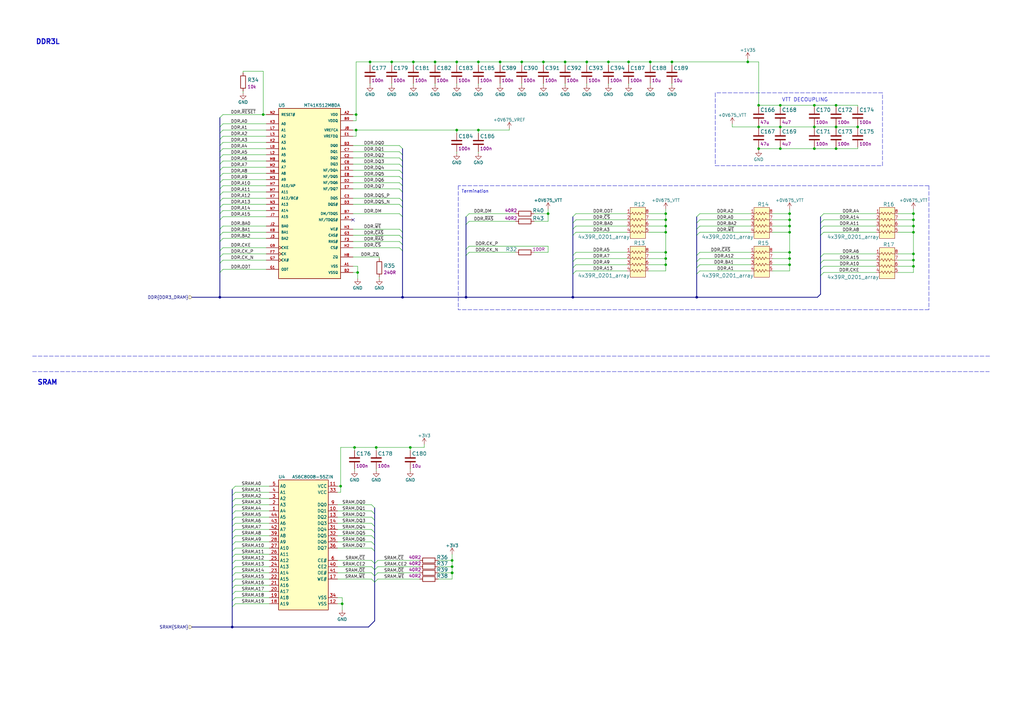
<source format=kicad_sch>
(kicad_sch (version 20211123) (generator eeschema)
  (paper "A3")
  (title_block (title "K410T devboard") (date "2023-01-04") (rev "0.0.99"))
  (junction (at 224.79 87.63))
  (junction (at 323.85 108.585))
  (junction (at 374.65 92.71))
  (junction (at 145.415 183.515))
  (junction (at 90.17 121.92))
  (junction (at 320.04 60.96))
  (junction (at 374.65 90.17))
  (junction (at 273.05 95.25))
  (junction (at 374.65 106.68))
  (junction (at 323.85 95.25))
  (junction (at 169.545 25.4))
  (junction (at 306.705 25.4))
  (junction (at 351.79 52.07))
  (junction (at 196.215 25.4))
  (junction (at 273.05 103.505))
  (junction (at 151.765 25.4))
  (junction (at 185.42 232.41))
  (junction (at 334.01 60.96))
  (junction (at 191.135 121.92))
  (junction (at 311.15 52.07))
  (junction (at 257.81 25.4))
  (junction (at 374.65 109.22))
  (junction (at 311.15 60.96))
  (junction (at 139.7 199.39))
  (junction (at 334.01 43.18))
  (junction (at 234.95 121.92))
  (junction (at 374.65 87.63))
  (junction (at 165.1 121.92))
  (junction (at 107.95 46.99))
  (junction (at 323.85 92.71))
  (junction (at 273.05 90.17))
  (junction (at 285.75 121.92))
  (junction (at 320.04 52.07))
  (junction (at 311.15 43.18))
  (junction (at 95.25 257.175))
  (junction (at 213.995 25.4))
  (junction (at 342.9 52.07))
  (junction (at 273.05 87.63))
  (junction (at 320.04 43.18))
  (junction (at 275.59 25.4))
  (junction (at 185.42 234.95))
  (junction (at 231.775 25.4))
  (junction (at 140.335 247.65))
  (junction (at 273.05 108.585))
  (junction (at 168.275 183.515))
  (junction (at 374.65 104.14))
  (junction (at 273.05 106.045))
  (junction (at 374.65 95.25))
  (junction (at 266.7 25.4))
  (junction (at 323.85 103.505))
  (junction (at 323.85 87.63))
  (junction (at 222.885 25.4))
  (junction (at 196.215 53.34))
  (junction (at 323.85 106.045))
  (junction (at 185.42 229.87))
  (junction (at 342.9 60.96))
  (junction (at 154.305 183.515))
  (junction (at 240.665 25.4))
  (junction (at 146.05 53.34))
  (junction (at 146.05 46.99))
  (junction (at 146.685 111.76))
  (junction (at 178.435 25.4))
  (junction (at 342.9 43.18))
  (junction (at 187.325 25.4))
  (junction (at 334.01 52.07))
  (junction (at 160.655 25.4))
  (junction (at 205.105 25.4))
  (junction (at 273.05 92.71))
  (junction (at 323.85 90.17))
  (junction (at 187.325 53.34))
  (junction (at 249.555 25.4))
  (junction (at 185.4433 234.95))
  (no_connect (at 144.78 90.17))
  (bus_entry (at 96.52 222.25) (size -1.27 1.27))
  (bus_entry (at 163.83 62.23) (size 1.27 1.27))
  (bus_entry (at 236.22 108.585) (size -1.27 1.27))
  (bus_entry (at 163.83 59.69) (size 1.27 1.27))
  (bus_entry (at 152.4 232.41) (size 1.27 1.27))
  (bus_entry (at 96.52 247.65) (size -1.27 1.27))
  (bus_entry (at 91.44 46.99) (size -1.27 1.27))
  (bus_entry (at 337.82 92.71) (size -1.27 1.27))
  (bus_entry (at 96.52 201.93) (size -1.27 1.27))
  (bus_entry (at 337.82 111.76) (size -1.27 1.27))
  (bus_entry (at 91.44 55.88) (size -1.27 1.27))
  (bus_entry (at 96.52 217.17) (size -1.27 1.27))
  (bus_entry (at 91.44 101.6) (size -1.27 1.27))
  (bus_entry (at 91.44 86.36) (size -1.27 1.27))
  (bus_entry (at 91.44 76.2) (size -1.27 1.27))
  (bus_entry (at 287.02 95.25) (size -1.27 1.27))
  (bus_entry (at 91.44 60.96) (size -1.27 1.27))
  (bus_entry (at 96.52 227.33) (size -1.27 1.27))
  (bus_entry (at 96.52 212.09) (size -1.27 1.27))
  (bus_entry (at 96.52 219.71) (size -1.27 1.27))
  (bus_entry (at 337.82 95.25) (size -1.27 1.27))
  (bus_entry (at 91.44 92.71) (size -1.27 1.27))
  (bus_entry (at 236.22 90.17) (size -1.27 1.27))
  (bus_entry (at 163.83 67.31) (size 1.27 1.27))
  (bus_entry (at 91.44 53.34) (size -1.27 1.27))
  (bus_entry (at 152.4 224.79) (size 1.27 1.27))
  (bus_entry (at 287.02 103.505) (size -1.27 1.27))
  (bus_entry (at 91.44 81.28) (size -1.27 1.27))
  (bus_entry (at 91.44 97.79) (size -1.27 1.27))
  (bus_entry (at 96.52 242.57) (size -1.27 1.27))
  (bus_entry (at 163.83 77.47) (size 1.27 1.27))
  (bus_entry (at 287.02 106.045) (size -1.27 1.27))
  (bus_entry (at 236.22 111.125) (size -1.27 1.27))
  (bus_entry (at 96.52 240.03) (size -1.27 1.27))
  (bus_entry (at 236.22 106.045) (size -1.27 1.27))
  (bus_entry (at 96.52 234.95) (size -1.27 1.27))
  (bus_entry (at 154.94 237.49) (size -1.27 1.27))
  (bus_entry (at 152.4 222.25) (size 1.27 1.27))
  (bus_entry (at 96.52 229.87) (size -1.27 1.27))
  (bus_entry (at 154.94 229.87) (size -1.27 1.27))
  (bus_entry (at 163.83 99.06) (size 1.27 1.27))
  (bus_entry (at 236.22 103.505) (size -1.27 1.27))
  (bus_entry (at 236.22 87.63) (size -1.27 1.27))
  (bus_entry (at 91.44 73.66) (size -1.27 1.27))
  (bus_entry (at 152.4 207.01) (size 1.27 1.27))
  (bus_entry (at 91.44 83.82) (size -1.27 1.27))
  (bus_entry (at 91.44 95.25) (size -1.27 1.27))
  (bus_entry (at 152.4 217.17) (size 1.27 1.27))
  (bus_entry (at 96.52 237.49) (size -1.27 1.27))
  (bus_entry (at 192.405 103.505) (size -1.27 1.27))
  (bus_entry (at 337.82 104.14) (size -1.27 1.27))
  (bus_entry (at 287.02 87.63) (size -1.27 1.27))
  (bus_entry (at 96.52 209.55) (size -1.27 1.27))
  (bus_entry (at 154.94 232.41) (size -1.27 1.27))
  (bus_entry (at 163.83 87.63) (size 1.27 1.27))
  (bus_entry (at 154.94 234.95) (size -1.27 1.27))
  (bus_entry (at 163.83 69.85) (size 1.27 1.27))
  (bus_entry (at 91.44 63.5) (size -1.27 1.27))
  (bus_entry (at 96.52 232.41) (size -1.27 1.27))
  (bus_entry (at 163.83 83.82) (size 1.27 1.27))
  (bus_entry (at 96.52 245.11) (size -1.27 1.27))
  (bus_entry (at 91.44 78.74) (size -1.27 1.27))
  (bus_entry (at 192.405 87.63) (size -1.27 1.27))
  (bus_entry (at 192.405 90.805) (size -1.27 1.27))
  (bus_entry (at 192.405 100.965) (size -1.27 1.27))
  (bus_entry (at 91.44 88.9) (size -1.27 1.27))
  (bus_entry (at 337.82 109.22) (size -1.27 1.27))
  (bus_entry (at 287.02 111.125) (size -1.27 1.27))
  (bus_entry (at 152.4 209.55) (size 1.27 1.27))
  (bus_entry (at 152.4 212.09) (size 1.27 1.27))
  (bus_entry (at 91.44 106.68) (size -1.27 1.27))
  (bus_entry (at 287.02 108.585) (size -1.27 1.27))
  (bus_entry (at 152.4 219.71) (size 1.27 1.27))
  (bus_entry (at 152.4 237.49) (size 1.27 1.27))
  (bus_entry (at 91.44 71.12) (size -1.27 1.27))
  (bus_entry (at 91.44 50.8) (size -1.27 1.27))
  (bus_entry (at 91.44 110.49) (size -1.27 1.27))
  (bus_entry (at 152.4 229.87) (size 1.27 1.27))
  (bus_entry (at 163.83 93.98) (size 1.27 1.27))
  (bus_entry (at 287.02 90.17) (size -1.27 1.27))
  (bus_entry (at 152.4 214.63) (size 1.27 1.27))
  (bus_entry (at 287.02 92.71) (size -1.27 1.27))
  (bus_entry (at 91.44 66.04) (size -1.27 1.27))
  (bus_entry (at 337.82 87.63) (size -1.27 1.27))
  (bus_entry (at 96.52 207.01) (size -1.27 1.27))
  (bus_entry (at 236.22 92.71) (size -1.27 1.27))
  (bus_entry (at 163.83 96.52) (size 1.27 1.27))
  (bus_entry (at 163.83 64.77) (size 1.27 1.27))
  (bus_entry (at 96.52 224.79) (size -1.27 1.27))
  (bus_entry (at 91.44 104.14) (size -1.27 1.27))
  (bus_entry (at 163.83 72.39) (size 1.27 1.27))
  (bus_entry (at 152.4 234.95) (size 1.27 1.27))
  (bus_entry (at 163.83 81.28) (size 1.27 1.27))
  (bus_entry (at 163.83 74.93) (size 1.27 1.27))
  (bus_entry (at 337.82 106.68) (size -1.27 1.27))
  (bus_entry (at 163.83 101.6) (size 1.27 1.27))
  (bus_entry (at 96.52 214.63) (size -1.27 1.27))
  (bus_entry (at 96.52 199.39) (size -1.27 1.27))
  (bus_entry (at 96.52 204.47) (size -1.27 1.27))
  (bus_entry (at 236.22 95.25) (size -1.27 1.27))
  (bus_entry (at 91.44 68.58) (size -1.27 1.27))
  (bus_entry (at 91.44 58.42) (size -1.27 1.27))
  (bus_entry (at 337.82 90.17) (size -1.27 1.27))
  (bus (pts (xy 90.17 93.98) (xy 90.17 96.52)))
  (wire (pts (xy 91.44 97.79) (xy 109.22 97.79)))
  (wire (pts (xy 359.41 87.63) (xy 337.82 87.63)))
  (wire (pts (xy 144.78 93.98) (xy 163.83 93.98)))
  (wire (pts (xy 224.79 103.505) (xy 219.075 103.505)))
  (bus (pts (xy 234.95 104.775) (xy 234.95 107.315)))
  (wire (pts (xy 155.575 105.41) (xy 155.575 106.045)))
  (bus (pts (xy 95.25 241.3) (xy 95.25 243.84)))
  (bus (pts (xy 165.1 78.74) (xy 165.1 82.55)))
  (wire (pts (xy 359.41 106.68) (xy 337.82 106.68)))
  (wire (pts (xy 160.655 25.4) (xy 160.655 26.67)))
  (wire (pts (xy 152.4 234.95) (xy 138.43 234.95)))
  (wire (pts (xy 187.325 53.34) (xy 187.325 54.61)))
  (bus (pts (xy 90.17 69.85) (xy 90.17 72.39)))
  (wire (pts (xy 96.52 219.71) (xy 110.49 219.71)))
  (wire (pts (xy 273.05 90.17) (xy 273.05 92.71)))
  (wire (pts (xy 311.15 51.435) (xy 311.15 52.07)))
  (wire (pts (xy 139.7 199.39) (xy 139.7 183.515)))
  (wire (pts (xy 266.065 106.045) (xy 273.05 106.045)))
  (wire (pts (xy 323.85 90.17) (xy 323.85 92.71)))
  (wire (pts (xy 236.22 92.71) (xy 257.175 92.71)))
  (wire (pts (xy 185.42 229.87) (xy 185.42 232.41)))
  (polyline (pts (xy 361.95 38.1) (xy 293.37 38.1)))
  (wire (pts (xy 138.43 199.39) (xy 139.7 199.39)))
  (bus (pts (xy 95.25 215.9) (xy 95.25 218.44)))
  (wire (pts (xy 196.215 62.23) (xy 196.215 62.865)))
  (bus (pts (xy 285.75 93.98) (xy 285.75 96.52)))
  (wire (pts (xy 154.94 229.87) (xy 172.085 229.87)))
  (bus (pts (xy 234.95 107.315) (xy 234.95 109.855)))
  (wire (pts (xy 334.01 51.435) (xy 334.01 52.07)))
  (wire (pts (xy 192.405 87.63) (xy 211.455 87.63)))
  (bus (pts (xy 165.1 63.5) (xy 165.1 66.04)))
  (bus (pts (xy 95.25 213.36) (xy 95.25 215.9)))
  (wire (pts (xy 107.95 29.21) (xy 99.695 29.21)))
  (wire (pts (xy 222.885 34.29) (xy 222.885 34.925)))
  (wire (pts (xy 154.305 183.515) (xy 168.275 183.515)))
  (bus (pts (xy 95.25 203.2) (xy 95.25 205.74)))
  (bus (pts (xy 336.55 113.03) (xy 336.55 120.65)))
  (bus (pts (xy 90.17 62.23) (xy 90.17 64.77)))
  (wire (pts (xy 306.705 25.4) (xy 306.705 24.13)))
  (wire (pts (xy 91.44 104.14) (xy 109.22 104.14)))
  (wire (pts (xy 236.22 95.25) (xy 257.175 95.25)))
  (bus (pts (xy 336.55 88.9) (xy 336.55 91.44)))
  (bus (pts (xy 165.1 66.04) (xy 165.1 68.58)))
  (wire (pts (xy 179.705 237.49) (xy 185.42 237.49)))
  (wire (pts (xy 351.79 43.18) (xy 351.79 43.815)))
  (bus (pts (xy 95.25 226.06) (xy 95.25 228.6)))
  (bus (pts (xy 165.1 97.79) (xy 165.1 100.33)))
  (wire (pts (xy 359.41 92.71) (xy 337.82 92.71)))
  (wire (pts (xy 374.65 106.68) (xy 374.65 109.22)))
  (wire (pts (xy 266.065 90.17) (xy 273.05 90.17)))
  (bus (pts (xy 78.74 257.175) (xy 95.25 257.175)))
  (bus (pts (xy 165.1 76.2) (xy 165.1 78.74)))
  (wire (pts (xy 342.9 43.18) (xy 342.9 43.815)))
  (wire (pts (xy 311.15 52.07) (xy 311.15 52.705)))
  (wire (pts (xy 179.705 232.41) (xy 185.42 232.41)))
  (bus (pts (xy 90.17 48.26) (xy 90.17 52.07)))
  (wire (pts (xy 96.52 247.65) (xy 110.49 247.65)))
  (wire (pts (xy 96.52 209.55) (xy 110.49 209.55)))
  (wire (pts (xy 144.78 72.39) (xy 163.83 72.39)))
  (wire (pts (xy 374.65 95.25) (xy 374.65 104.14)))
  (wire (pts (xy 187.325 34.29) (xy 187.325 34.925)))
  (bus (pts (xy 95.25 257.175) (xy 151.13 257.175)))
  (wire (pts (xy 152.4 214.63) (xy 138.43 214.63)))
  (wire (pts (xy 266.065 111.125) (xy 273.05 111.125)))
  (wire (pts (xy 152.4 232.41) (xy 138.43 232.41)))
  (wire (pts (xy 231.775 25.4) (xy 231.775 26.67)))
  (polyline (pts (xy 381 127) (xy 187.96 127)))
  (wire (pts (xy 91.44 88.9) (xy 109.22 88.9)))
  (wire (pts (xy 146.685 111.76) (xy 146.685 114.3)))
  (wire (pts (xy 96.52 229.87) (xy 110.49 229.87)))
  (polyline (pts (xy 381 76.2) (xy 381 127)))
  (wire (pts (xy 91.44 78.74) (xy 109.22 78.74)))
  (wire (pts (xy 91.44 73.66) (xy 109.22 73.66)))
  (bus (pts (xy 90.17 52.07) (xy 90.17 54.61)))
  (bus (pts (xy 336.55 91.44) (xy 336.55 93.98)))
  (wire (pts (xy 91.44 92.71) (xy 109.22 92.71)))
  (wire (pts (xy 368.3 92.71) (xy 374.65 92.71)))
  (wire (pts (xy 342.9 51.435) (xy 342.9 52.07)))
  (wire (pts (xy 144.78 99.06) (xy 163.83 99.06)))
  (wire (pts (xy 213.995 25.4) (xy 213.995 26.67)))
  (wire (pts (xy 154.94 234.95) (xy 172.1083 234.95)))
  (wire (pts (xy 185.42 232.41) (xy 185.42 234.95)))
  (bus (pts (xy 165.1 121.92) (xy 191.135 121.92)))
  (wire (pts (xy 144.78 111.76) (xy 146.685 111.76)))
  (wire (pts (xy 342.9 60.325) (xy 342.9 60.96)))
  (wire (pts (xy 139.7 201.93) (xy 139.7 199.39)))
  (wire (pts (xy 96.52 224.79) (xy 110.49 224.79)))
  (wire (pts (xy 96.52 237.49) (xy 110.49 237.49)))
  (bus (pts (xy 153.67 210.82) (xy 153.67 213.36)))
  (bus (pts (xy 285.75 88.9) (xy 285.75 91.44)))
  (bus (pts (xy 191.135 102.235) (xy 191.135 104.775)))
  (bus (pts (xy 165.1 88.9) (xy 165.1 95.25)))
  (wire (pts (xy 154.305 183.515) (xy 154.305 184.785)))
  (wire (pts (xy 96.52 204.47) (xy 110.49 204.47)))
  (wire (pts (xy 91.44 101.6) (xy 109.22 101.6)))
  (wire (pts (xy 257.81 25.4) (xy 266.7 25.4)))
  (bus (pts (xy 95.25 238.76) (xy 95.25 241.3)))
  (bus (pts (xy 78.74 121.92) (xy 90.17 121.92)))
  (bus (pts (xy 90.17 96.52) (xy 90.17 99.06)))
  (wire (pts (xy 316.865 90.17) (xy 323.85 90.17)))
  (wire (pts (xy 140.335 245.11) (xy 140.335 247.65)))
  (wire (pts (xy 307.975 87.63) (xy 287.02 87.63)))
  (wire (pts (xy 144.78 81.28) (xy 163.83 81.28)))
  (wire (pts (xy 334.01 52.07) (xy 334.01 52.705)))
  (wire (pts (xy 144.78 62.23) (xy 163.83 62.23)))
  (wire (pts (xy 152.4 224.79) (xy 138.43 224.79)))
  (wire (pts (xy 311.15 43.18) (xy 311.15 43.815)))
  (bus (pts (xy 165.1 68.58) (xy 165.1 71.12)))
  (wire (pts (xy 152.4 207.01) (xy 138.43 207.01)))
  (wire (pts (xy 316.865 92.71) (xy 323.85 92.71)))
  (wire (pts (xy 178.435 25.4) (xy 178.435 26.67)))
  (wire (pts (xy 300.355 50.8) (xy 300.355 52.07)))
  (wire (pts (xy 351.79 52.07) (xy 351.79 52.705)))
  (bus (pts (xy 153.67 215.9) (xy 153.67 218.44)))
  (wire (pts (xy 196.215 34.29) (xy 196.215 34.925)))
  (bus (pts (xy 191.135 88.9) (xy 191.135 92.075)))
  (bus (pts (xy 336.55 105.41) (xy 336.55 107.95)))
  (wire (pts (xy 96.52 217.17) (xy 110.49 217.17)))
  (bus (pts (xy 285.75 121.92) (xy 335.28 121.92)))
  (wire (pts (xy 96.52 234.95) (xy 110.49 234.95)))
  (wire (pts (xy 168.275 192.405) (xy 168.275 193.04)))
  (wire (pts (xy 144.78 69.85) (xy 163.83 69.85)))
  (wire (pts (xy 307.975 108.585) (xy 287.02 108.585)))
  (wire (pts (xy 316.865 87.63) (xy 323.85 87.63)))
  (wire (pts (xy 196.215 25.4) (xy 205.105 25.4)))
  (bus (pts (xy 285.75 91.44) (xy 285.75 93.98)))
  (wire (pts (xy 359.41 90.17) (xy 337.82 90.17)))
  (polyline (pts (xy 187.96 76.2) (xy 187.96 127)))
  (wire (pts (xy 91.44 106.68) (xy 109.22 106.68)))
  (wire (pts (xy 311.15 52.07) (xy 320.04 52.07)))
  (wire (pts (xy 334.01 60.325) (xy 334.01 60.96)))
  (wire (pts (xy 224.79 100.965) (xy 192.405 100.965)))
  (wire (pts (xy 320.04 51.435) (xy 320.04 52.07)))
  (bus (pts (xy 153.67 213.36) (xy 153.67 215.9)))
  (wire (pts (xy 144.78 109.22) (xy 146.685 109.22)))
  (wire (pts (xy 168.275 183.515) (xy 168.275 184.785)))
  (wire (pts (xy 311.15 25.4) (xy 311.15 43.18)))
  (bus (pts (xy 234.95 88.9) (xy 234.95 91.44)))
  (wire (pts (xy 236.22 90.17) (xy 257.175 90.17)))
  (wire (pts (xy 374.65 104.14) (xy 374.65 106.68)))
  (wire (pts (xy 187.325 53.34) (xy 196.215 53.34)))
  (wire (pts (xy 307.975 92.71) (xy 287.02 92.71)))
  (wire (pts (xy 320.04 52.07) (xy 334.01 52.07)))
  (wire (pts (xy 374.65 92.71) (xy 374.65 95.25)))
  (wire (pts (xy 187.325 25.4) (xy 187.325 26.67)))
  (wire (pts (xy 169.545 25.4) (xy 169.545 26.67)))
  (wire (pts (xy 323.85 95.25) (xy 323.85 103.505)))
  (wire (pts (xy 224.79 87.63) (xy 224.79 90.805)))
  (wire (pts (xy 96.52 222.25) (xy 110.49 222.25)))
  (wire (pts (xy 152.4 222.25) (xy 138.43 222.25)))
  (wire (pts (xy 144.78 67.31) (xy 163.83 67.31)))
  (wire (pts (xy 342.9 43.18) (xy 351.79 43.18)))
  (bus (pts (xy 90.17 105.41) (xy 90.17 107.95)))
  (wire (pts (xy 138.43 247.65) (xy 140.335 247.65)))
  (bus (pts (xy 95.25 218.44) (xy 95.25 220.98)))
  (wire (pts (xy 208.915 52.705) (xy 208.915 53.34)))
  (bus (pts (xy 90.17 64.77) (xy 90.17 67.31)))
  (wire (pts (xy 152.4 217.17) (xy 138.43 217.17)))
  (bus (pts (xy 90.17 57.15) (xy 90.17 59.69)))
  (bus (pts (xy 90.17 80.01) (xy 90.17 82.55)))
  (polyline (pts (xy 13.335 146.05) (xy 406.4 146.05)))
  (wire (pts (xy 91.44 60.96) (xy 109.22 60.96)))
  (wire (pts (xy 316.865 106.045) (xy 323.85 106.045)))
  (bus (pts (xy 95.25 208.28) (xy 95.25 210.82)))
  (wire (pts (xy 236.22 87.63) (xy 257.175 87.63)))
  (wire (pts (xy 257.175 106.045) (xy 236.22 106.045)))
  (wire (pts (xy 374.65 90.17) (xy 374.65 92.71)))
  (wire (pts (xy 307.975 111.125) (xy 287.02 111.125)))
  (wire (pts (xy 96.52 199.39) (xy 110.49 199.39)))
  (wire (pts (xy 257.175 111.125) (xy 236.22 111.125)))
  (wire (pts (xy 196.215 53.34) (xy 196.215 54.61)))
  (wire (pts (xy 196.215 53.34) (xy 208.915 53.34)))
  (bus (pts (xy 95.25 220.98) (xy 95.25 223.52)))
  (wire (pts (xy 185.42 234.95) (xy 185.4433 234.95)))
  (wire (pts (xy 179.705 229.87) (xy 185.42 229.87)))
  (bus (pts (xy 95.25 233.68) (xy 95.25 236.22)))
  (bus (pts (xy 95.25 243.84) (xy 95.25 246.38)))
  (wire (pts (xy 320.04 43.18) (xy 320.04 43.815)))
  (wire (pts (xy 196.215 25.4) (xy 196.215 26.67)))
  (wire (pts (xy 275.59 25.4) (xy 275.59 26.67)))
  (wire (pts (xy 205.105 25.4) (xy 205.105 26.67)))
  (wire (pts (xy 144.78 83.82) (xy 163.83 83.82)))
  (wire (pts (xy 91.44 50.8) (xy 109.22 50.8)))
  (wire (pts (xy 368.3 106.68) (xy 374.65 106.68)))
  (wire (pts (xy 323.85 103.505) (xy 323.85 106.045)))
  (bus (pts (xy 153.67 226.06) (xy 153.67 231.14)))
  (wire (pts (xy 266.7 25.4) (xy 266.7 26.67)))
  (bus (pts (xy 90.17 90.17) (xy 90.17 93.98)))
  (wire (pts (xy 91.44 46.99) (xy 107.95 46.99)))
  (wire (pts (xy 240.665 25.4) (xy 240.665 26.67)))
  (wire (pts (xy 359.41 104.14) (xy 337.82 104.14)))
  (wire (pts (xy 240.665 34.29) (xy 240.665 34.925)))
  (wire (pts (xy 368.3 111.76) (xy 374.65 111.76)))
  (wire (pts (xy 316.865 103.505) (xy 323.85 103.505)))
  (wire (pts (xy 219.075 87.63) (xy 224.79 87.63)))
  (wire (pts (xy 224.79 100.965) (xy 224.79 103.505)))
  (polyline (pts (xy 13.335 152.4) (xy 405.765 152.4)))
  (polyline (pts (xy 361.95 67.945) (xy 361.95 38.1)))
  (bus (pts (xy 90.17 121.92) (xy 165.1 121.92)))
  (wire (pts (xy 96.52 242.57) (xy 110.49 242.57)))
  (wire (pts (xy 160.655 34.29) (xy 160.655 34.925)))
  (wire (pts (xy 185.42 234.95) (xy 185.42 237.49)))
  (bus (pts (xy 90.17 107.95) (xy 90.17 111.76)))
  (wire (pts (xy 368.3 104.14) (xy 374.65 104.14)))
  (wire (pts (xy 96.52 212.09) (xy 110.49 212.09)))
  (bus (pts (xy 285.75 107.315) (xy 285.75 109.855)))
  (wire (pts (xy 144.78 46.99) (xy 146.05 46.99)))
  (wire (pts (xy 96.52 245.11) (xy 110.49 245.11)))
  (wire (pts (xy 311.15 60.96) (xy 320.04 60.96)))
  (wire (pts (xy 287.02 95.25) (xy 307.975 95.25)))
  (wire (pts (xy 359.41 95.25) (xy 337.82 95.25)))
  (wire (pts (xy 342.9 60.96) (xy 351.79 60.96)))
  (wire (pts (xy 266.065 103.505) (xy 273.05 103.505)))
  (wire (pts (xy 257.81 34.29) (xy 257.81 34.925)))
  (bus (pts (xy 234.95 121.92) (xy 285.75 121.92)))
  (wire (pts (xy 311.15 60.325) (xy 311.15 60.96)))
  (polyline (pts (xy 293.37 67.945) (xy 361.95 67.945)))
  (wire (pts (xy 138.43 201.93) (xy 139.7 201.93)))
  (bus (pts (xy 95.25 236.22) (xy 95.25 238.76)))
  (bus (pts (xy 153.67 231.14) (xy 153.67 233.68)))
  (bus (pts (xy 234.95 109.855) (xy 234.95 112.395)))
  (wire (pts (xy 374.65 87.63) (xy 374.65 90.17)))
  (wire (pts (xy 273.05 106.045) (xy 273.05 108.585)))
  (wire (pts (xy 146.05 53.34) (xy 187.325 53.34)))
  (bus (pts (xy 165.1 100.33) (xy 165.1 102.87)))
  (wire (pts (xy 145.415 192.405) (xy 145.415 193.04)))
  (bus (pts (xy 90.17 99.06) (xy 90.17 102.87)))
  (bus (pts (xy 95.25 231.14) (xy 95.25 233.68)))
  (wire (pts (xy 320.04 52.07) (xy 320.04 52.705)))
  (wire (pts (xy 91.44 110.49) (xy 109.22 110.49)))
  (bus (pts (xy 153.67 238.76) (xy 153.67 254.635)))
  (bus (pts (xy 153.67 218.44) (xy 153.67 220.98)))
  (wire (pts (xy 192.405 90.805) (xy 211.455 90.805)))
  (wire (pts (xy 273.05 103.505) (xy 273.05 106.045)))
  (wire (pts (xy 273.05 92.71) (xy 273.05 95.25)))
  (wire (pts (xy 145.415 183.515) (xy 145.415 184.785)))
  (wire (pts (xy 169.545 25.4) (xy 178.435 25.4)))
  (wire (pts (xy 323.85 92.71) (xy 323.85 95.25)))
  (wire (pts (xy 91.44 71.12) (xy 109.22 71.12)))
  (wire (pts (xy 368.3 95.25) (xy 374.65 95.25)))
  (wire (pts (xy 307.975 106.045) (xy 287.02 106.045)))
  (wire (pts (xy 178.435 34.29) (xy 178.435 34.925)))
  (wire (pts (xy 146.05 25.4) (xy 151.765 25.4)))
  (wire (pts (xy 144.78 64.77) (xy 163.83 64.77)))
  (wire (pts (xy 300.355 52.07) (xy 311.15 52.07)))
  (bus (pts (xy 165.1 102.87) (xy 165.1 121.92)))
  (wire (pts (xy 374.65 85.725) (xy 374.65 87.63)))
  (bus (pts (xy 95.25 210.82) (xy 95.25 213.36)))
  (bus (pts (xy 95.25 205.74) (xy 95.25 208.28)))
  (wire (pts (xy 257.175 108.585) (xy 236.22 108.585)))
  (wire (pts (xy 169.545 34.29) (xy 169.545 34.925)))
  (wire (pts (xy 351.79 60.325) (xy 351.79 60.96)))
  (bus (pts (xy 95.25 223.52) (xy 95.25 226.06)))
  (wire (pts (xy 266.065 108.585) (xy 273.05 108.585)))
  (wire (pts (xy 249.555 25.4) (xy 249.555 26.67)))
  (wire (pts (xy 187.325 25.4) (xy 196.215 25.4)))
  (wire (pts (xy 240.665 25.4) (xy 249.555 25.4)))
  (wire (pts (xy 273.05 85.725) (xy 273.05 87.63)))
  (bus (pts (xy 336.55 110.49) (xy 336.55 113.03)))
  (wire (pts (xy 91.44 53.34) (xy 109.22 53.34)))
  (wire (pts (xy 306.705 25.4) (xy 311.15 25.4)))
  (wire (pts (xy 273.05 108.585) (xy 273.05 111.125)))
  (wire (pts (xy 311.15 43.18) (xy 320.04 43.18)))
  (wire (pts (xy 334.01 43.18) (xy 342.9 43.18)))
  (wire (pts (xy 205.105 34.29) (xy 205.105 34.925)))
  (bus (pts (xy 191.135 92.075) (xy 191.135 102.235)))
  (wire (pts (xy 154.305 192.405) (xy 154.305 193.04)))
  (bus (pts (xy 95.25 228.6) (xy 95.25 231.14)))
  (wire (pts (xy 91.44 58.42) (xy 109.22 58.42)))
  (wire (pts (xy 334.01 52.07) (xy 342.9 52.07)))
  (bus (pts (xy 165.1 71.12) (xy 165.1 73.66)))
  (wire (pts (xy 146.685 109.22) (xy 146.685 111.76)))
  (wire (pts (xy 151.765 34.29) (xy 151.765 34.925)))
  (bus (pts (xy 191.135 104.775) (xy 191.135 121.92)))
  (wire (pts (xy 266.065 95.25) (xy 273.05 95.25)))
  (wire (pts (xy 320.04 43.18) (xy 334.01 43.18)))
  (wire (pts (xy 152.4 219.71) (xy 138.43 219.71)))
  (wire (pts (xy 99.695 29.21) (xy 99.695 29.845)))
  (wire (pts (xy 374.65 109.22) (xy 374.65 111.76)))
  (wire (pts (xy 99.695 37.465) (xy 99.695 38.1)))
  (wire (pts (xy 154.94 237.49) (xy 172.085 237.49)))
  (bus (pts (xy 336.55 107.95) (xy 336.55 110.49)))
  (wire (pts (xy 368.3 90.17) (xy 374.65 90.17)))
  (wire (pts (xy 96.52 232.41) (xy 110.49 232.41)))
  (wire (pts (xy 144.78 55.88) (xy 146.05 55.88)))
  (wire (pts (xy 96.52 214.63) (xy 110.49 214.63)))
  (wire (pts (xy 316.865 108.585) (xy 323.85 108.585)))
  (bus (pts (xy 234.95 93.98) (xy 234.95 96.52)))
  (bus (pts (xy 165.1 82.55) (xy 165.1 85.09)))
  (wire (pts (xy 334.01 60.96) (xy 342.9 60.96)))
  (bus (pts (xy 90.17 72.39) (xy 90.17 74.93)))
  (wire (pts (xy 144.78 87.63) (xy 163.83 87.63)))
  (bus (pts (xy 90.17 77.47) (xy 90.17 80.01)))
  (wire (pts (xy 257.175 103.505) (xy 236.22 103.505)))
  (wire (pts (xy 266.7 25.4) (xy 275.59 25.4)))
  (wire (pts (xy 222.885 25.4) (xy 231.775 25.4)))
  (wire (pts (xy 213.995 25.4) (xy 222.885 25.4)))
  (bus (pts (xy 95.25 248.92) (xy 95.25 257.175)))
  (wire (pts (xy 211.455 103.505) (xy 192.405 103.505)))
  (wire (pts (xy 152.4 237.49) (xy 138.43 237.49)))
  (wire (pts (xy 144.78 74.93) (xy 163.83 74.93)))
  (wire (pts (xy 323.85 87.63) (xy 323.85 90.17)))
  (wire (pts (xy 154.94 232.41) (xy 172.085 232.41)))
  (wire (pts (xy 342.9 52.07) (xy 342.9 52.705)))
  (wire (pts (xy 146.05 49.53) (xy 146.05 46.99)))
  (bus (pts (xy 90.17 54.61) (xy 90.17 57.15)))
  (bus (pts (xy 234.95 91.44) (xy 234.95 93.98)))
  (wire (pts (xy 91.44 63.5) (xy 109.22 63.5)))
  (wire (pts (xy 145.415 183.515) (xy 154.305 183.515)))
  (wire (pts (xy 368.3 87.63) (xy 374.65 87.63)))
  (wire (pts (xy 91.44 55.88) (xy 109.22 55.88)))
  (wire (pts (xy 320.04 60.96) (xy 334.01 60.96)))
  (wire (pts (xy 96.52 201.93) (xy 110.49 201.93)))
  (wire (pts (xy 249.555 25.4) (xy 257.81 25.4)))
  (wire (pts (xy 91.44 86.36) (xy 109.22 86.36)))
  (wire (pts (xy 187.325 62.23) (xy 187.325 62.865)))
  (wire (pts (xy 266.7 34.29) (xy 266.7 34.925)))
  (bus (pts (xy 336.55 96.52) (xy 336.55 105.41)))
  (wire (pts (xy 266.065 92.71) (xy 273.05 92.71)))
  (polyline (pts (xy 381 76.2) (xy 187.96 76.2)))
  (wire (pts (xy 316.865 95.25) (xy 323.85 95.25)))
  (bus (pts (xy 90.17 111.76) (xy 90.17 121.92)))
  (bus (pts (xy 153.67 223.52) (xy 153.67 226.06)))
  (bus (pts (xy 285.75 112.395) (xy 285.75 121.92)))
  (wire (pts (xy 151.765 25.4) (xy 160.655 25.4)))
  (bus (pts (xy 90.17 87.63) (xy 90.17 90.17)))
  (wire (pts (xy 222.885 25.4) (xy 222.885 26.67)))
  (bus (pts (xy 165.1 85.09) (xy 165.1 88.9)))
  (bus (pts (xy 285.75 96.52) (xy 285.75 104.775)))
  (wire (pts (xy 91.44 83.82) (xy 109.22 83.82)))
  (wire (pts (xy 139.7 183.515) (xy 145.415 183.515)))
  (wire (pts (xy 144.78 49.53) (xy 146.05 49.53)))
  (bus (pts (xy 153.67 254.635) (xy 151.13 257.175)))
  (bus (pts (xy 153.67 220.98) (xy 153.67 223.52)))
  (wire (pts (xy 151.765 25.4) (xy 151.765 26.67)))
  (wire (pts (xy 96.52 227.33) (xy 110.49 227.33)))
  (wire (pts (xy 205.105 25.4) (xy 213.995 25.4)))
  (wire (pts (xy 311.15 60.96) (xy 311.15 61.595)))
  (bus (pts (xy 336.55 93.98) (xy 336.55 96.52)))
  (bus (pts (xy 191.135 121.92) (xy 234.95 121.92)))
  (bus (pts (xy 153.67 208.28) (xy 153.67 210.82)))
  (wire (pts (xy 359.41 109.22) (xy 337.82 109.22)))
  (wire (pts (xy 140.335 247.65) (xy 140.335 250.19)))
  (wire (pts (xy 275.59 34.29) (xy 275.59 34.925)))
  (wire (pts (xy 144.78 105.41) (xy 155.575 105.41)))
  (wire (pts (xy 224.79 85.725) (xy 224.79 87.63)))
  (bus (pts (xy 90.17 74.93) (xy 90.17 77.47)))
  (bus (pts (xy 234.95 112.395) (xy 234.95 121.92)))
  (wire (pts (xy 219.075 90.805) (xy 224.79 90.805)))
  (wire (pts (xy 307.975 90.17) (xy 287.02 90.17)))
  (wire (pts (xy 316.865 111.125) (xy 323.85 111.125)))
  (bus (pts (xy 335.28 121.92) (xy 336.55 120.65)))
  (wire (pts (xy 273.05 87.63) (xy 273.05 90.17)))
  (wire (pts (xy 287.02 103.505) (xy 307.975 103.505)))
  (wire (pts (xy 155.575 113.665) (xy 155.575 114.3)))
  (wire (pts (xy 359.41 111.76) (xy 337.82 111.76)))
  (wire (pts (xy 152.4 229.87) (xy 138.43 229.87)))
  (wire (pts (xy 107.95 46.99) (xy 107.95 29.21)))
  (wire (pts (xy 213.995 34.29) (xy 213.995 34.925)))
  (wire (pts (xy 91.44 81.28) (xy 109.22 81.28)))
  (bus (pts (xy 285.75 104.775) (xy 285.75 107.315)))
  (wire (pts (xy 138.43 245.11) (xy 140.335 245.11)))
  (wire (pts (xy 152.4 212.09) (xy 138.43 212.09)))
  (wire (pts (xy 368.3 109.22) (xy 374.65 109.22)))
  (wire (pts (xy 257.81 25.4) (xy 257.81 26.67)))
  (wire (pts (xy 273.05 95.25) (xy 273.05 103.505)))
  (bus (pts (xy 95.25 200.66) (xy 95.25 203.2)))
  (bus (pts (xy 95.25 246.38) (xy 95.25 248.92)))
  (wire (pts (xy 249.555 34.29) (xy 249.555 34.925)))
  (bus (pts (xy 90.17 67.31) (xy 90.17 69.85)))
  (bus (pts (xy 90.17 59.69) (xy 90.17 62.23)))
  (wire (pts (xy 144.78 96.52) (xy 163.83 96.52)))
  (wire (pts (xy 334.01 43.18) (xy 334.01 43.815)))
  (wire (pts (xy 160.655 25.4) (xy 169.545 25.4)))
  (wire (pts (xy 323.85 106.045) (xy 323.85 108.585)))
  (wire (pts (xy 178.435 25.4) (xy 187.325 25.4)))
  (bus (pts (xy 90.17 82.55) (xy 90.17 85.09)))
  (wire (pts (xy 179.7283 234.95) (xy 185.42 234.95)))
  (wire (pts (xy 144.78 77.47) (xy 163.83 77.47)))
  (bus (pts (xy 153.67 233.68) (xy 153.67 236.22)))
  (wire (pts (xy 96.52 240.03) (xy 110.49 240.03)))
  (wire (pts (xy 91.44 76.2) (xy 109.22 76.2)))
  (wire (pts (xy 173.99 183.515) (xy 173.99 182.245)))
  (wire (pts (xy 320.04 60.325) (xy 320.04 60.96)))
  (wire (pts (xy 168.275 183.515) (xy 173.99 183.515)))
  (wire (pts (xy 231.775 25.4) (xy 240.665 25.4)))
  (wire (pts (xy 342.9 52.07) (xy 351.79 52.07)))
  (bus (pts (xy 153.67 236.22) (xy 153.67 238.76)))
  (bus (pts (xy 165.1 95.25) (xy 165.1 97.79)))
  (bus (pts (xy 90.17 85.09) (xy 90.17 87.63)))
  (wire (pts (xy 144.78 101.6) (xy 163.83 101.6)))
  (wire (pts (xy 96.52 207.01) (xy 110.49 207.01)))
  (wire (pts (xy 146.05 55.88) (xy 146.05 53.34)))
  (wire (pts (xy 107.95 46.99) (xy 109.22 46.99)))
  (bus (pts (xy 90.17 102.87) (xy 90.17 105.41)))
  (bus (pts (xy 234.95 96.52) (xy 234.95 104.775)))
  (wire (pts (xy 146.05 46.99) (xy 146.05 25.4)))
  (wire (pts (xy 91.44 68.58) (xy 109.22 68.58)))
  (bus (pts (xy 165.1 73.66) (xy 165.1 76.2)))
  (wire (pts (xy 144.78 59.69) (xy 163.83 59.69)))
  (wire (pts (xy 231.775 34.29) (xy 231.775 34.925)))
  (wire (pts (xy 275.59 25.4) (xy 306.705 25.4)))
  (wire (pts (xy 91.44 95.25) (xy 109.22 95.25)))
  (wire (pts (xy 91.44 66.04) (xy 109.22 66.04)))
  (wire (pts (xy 351.79 51.435) (xy 351.79 52.07)))
  (wire (pts (xy 185.42 227.33) (xy 185.42 229.87)))
  (wire (pts (xy 323.85 85.725) (xy 323.85 87.63)))
  (wire (pts (xy 323.85 108.585) (xy 323.85 111.125)))
  (bus (pts (xy 165.1 60.96) (xy 165.1 63.5)))
  (wire (pts (xy 152.4 209.55) (xy 138.43 209.55)))
  (wire (pts (xy 266.065 87.63) (xy 273.05 87.63)))
  (polyline (pts (xy 293.37 38.1) (xy 293.37 67.945)))
  (wire (pts (xy 146.05 53.34) (xy 144.78 53.34)))
  (bus (pts (xy 285.75 109.855) (xy 285.75 112.395)))
  (text "DDR3L" (at 14.605 18.415 0) (effects (font (size 2 2) (thickness 0.4) bold) (justify left bottom)))
  (text "VTT DECOUPLING" (at 320.675 41.91 0) (effects (font (size 1.5 1.5)) (justify left bottom)))
  (text "SRAM" (at 15.24 158.115 0) (effects (font (size 2 2) (thickness 0.4) bold) (justify left bottom)))
  (text "Termination" (at 189.23 79.375 0) (effects (font (size 1.27 1.27)) (justify left bottom)))
  (label "DDR.A15" (at 94.615 88.9 0))
  (label "SRAM.A12" (at 99.06 229.87 0))
  (label "DDR.~{WE}" (at 294.005 95.25 0))
  (label "DDR.A7" (at 94.615 68.58 0))
  (label "DDR.DQ3" (at 149.225 67.31 0))
  (label "DDR.A12" (at 94.615 81.28 0))
  (label "DDR.A4" (at 94.615 60.96 0))
  (label "DDR.BA1" (at 94.615 95.25 0))
  (label "SRAM.A4" (at 99.06 209.55 0))
  (label "SRAM.A0" (at 99.06 199.39 0))
  (label "DDR.DQ5" (at 149.225 72.39 0))
  (label "DDR.BA1" (at 300.99 108.585 180))
  (label "SRAM.A18" (at 99.06 245.11 0))
  (label "SRAM.DQ5" (at 140.335 219.71 0))
  (label "DDR.DQS_P" (at 149.225 81.28 0))
  (label "DDR.A3" (at 243.205 95.25 0))
  (label "DDR.~{CS}" (at 243.205 90.17 0))
  (label "SRAM.~{WE}" (at 157.48 237.49 0))
  (label "SRAM.A14" (at 99.06 234.95 0))
  (label "DDR.A6" (at 352.425 104.14 180))
  (label "SRAM.~{CE}" (at 157.48 229.87 0))
  (label "SRAM.CE2" (at 157.48 232.41 0))
  (label "DDR.A5" (at 243.205 103.505 0))
  (label "DDR.A2" (at 294.005 87.63 0))
  (label "DDR.A11" (at 352.425 92.71 180))
  (label "SRAM.A9" (at 99.06 222.25 0))
  (label "DDR.A15" (at 352.425 106.68 180))
  (label "SRAM.A10" (at 99.06 224.79 0))
  (label "DDR.A14" (at 352.425 90.17 180))
  (label "DDR.CKE" (at 94.615 101.6 0))
  (label "DDR.A14" (at 94.615 86.36 0))
  (label "SRAM.A6" (at 99.06 214.63 0))
  (label "SRAM.A11" (at 99.06 227.33 0))
  (label "DDR.CK_N" (at 94.615 106.68 0))
  (label "DDR.DQ7" (at 149.225 77.47 0))
  (label "DDR.A11" (at 94.615 78.74 0))
  (label "SRAM.~{OE}" (at 149.86 234.95 180))
  (label "SRAM.~{OE}" (at 157.48 234.95 0))
  (label "DDR.~{CAS}" (at 291.465 103.505 0))
  (label "DDR.~{RESET}" (at 94.615 46.99 0))
  (label "DDR.A8" (at 352.425 95.25 180))
  (label "SRAM.DQ7" (at 140.335 224.79 0))
  (label "DDR.CK_P" (at 194.945 100.965 0))
  (label "SRAM.A5" (at 99.06 212.09 0))
  (label "SRAM.A7" (at 99.06 217.17 0))
  (label "DDR.~{WE}" (at 149.225 93.98 0))
  (label "DDR.DQS_N" (at 149.225 83.82 0))
  (label "DDR.A10" (at 94.615 76.2 0))
  (label "SRAM.DQ2" (at 140.335 212.09 0))
  (label "DDR.A3" (at 94.615 58.42 0))
  (label "DDR.BA2" (at 294.005 92.71 0))
  (label "DDR.A0" (at 94.615 50.8 0))
  (label "DDR.A0" (at 294.005 90.17 0))
  (label "SRAM.~{WE}" (at 149.86 237.49 180))
  (label "DDR.DM" (at 149.225 87.63 0))
  (label "DDR.A10" (at 352.425 109.22 180))
  (label "DDR.CK_N" (at 194.945 103.505 0))
  (label "DDR.A4" (at 352.425 87.63 180))
  (label "SRAM.A16" (at 99.06 240.03 0))
  (label "DDR.A2" (at 94.615 55.88 0))
  (label "SRAM.A15" (at 99.06 237.49 0))
  (label "SRAM.A8" (at 99.06 219.71 0))
  (label "DDR.~{CS}" (at 149.225 101.6 0))
  (label "DDR.BA2" (at 94.615 97.79 0))
  (label "SRAM.~{CE}" (at 149.86 229.87 180))
  (label "DDR.CK_P" (at 94.615 104.14 0))
  (label "DDR.A9" (at 94.615 73.66 0))
  (label "SRAM.A17" (at 99.06 242.57 0))
  (label "SRAM.A13" (at 99.06 232.41 0))
  (label "DDR.A12" (at 300.99 106.045 180))
  (label "SRAM.DQ4" (at 140.335 217.17 0))
  (label "DDR.DM" (at 194.31 87.63 0))
  (label "DDR.A1" (at 300.99 111.125 180))
  (label "DDR.DQ0" (at 149.225 59.69 0))
  (label "DDR.BA0" (at 94.615 92.71 0))
  (label "DDR.A9" (at 243.205 108.585 0))
  (label "DDR.DQ2" (at 149.225 64.77 0))
  (label "DDR_ZQ" (at 147.955 105.41 0))
  (label "DDR.CKE" (at 352.425 111.76 180))
  (label "SRAM.DQ0" (at 140.335 207.01 0))
  (label "DDR.DQ4" (at 149.225 69.85 0))
  (label "DDR.BA0" (at 243.205 92.71 0))
  (label "SRAM.A19" (at 99.06 247.65 0))
  (label "SRAM.CE2" (at 149.86 232.41 180))
  (label "DDR.ODT" (at 243.205 87.63 0))
  (label "DDR.A13" (at 94.615 83.82 0))
  (label "SRAM.A2" (at 99.06 204.47 0))
  (label "DDR.A13" (at 243.205 111.125 0))
  (label "DDR.A7" (at 243.205 106.045 0))
  (label "DDR.A8" (at 94.615 71.12 0))
  (label "DDR.A6" (at 94.615 66.04 0))
  (label "DDR.~{RAS}" (at 194.31 90.805 0))
  (label "DDR.~{CAS}" (at 149.225 96.52 0))
  (label "SRAM.A3" (at 99.06 207.01 0))
  (label "SRAM.DQ6" (at 140.335 222.25 0))
  (label "SRAM.DQ1" (at 140.335 209.55 0))
  (label "DDR.A1" (at 94.615 53.34 0))
  (label "SRAM.A1" (at 99.06 201.93 0))
  (label "DDR.~{RAS}" (at 149.225 99.06 0))
  (label "DDR.ODT" (at 94.615 110.49 0))
  (label "DDR.DQ1" (at 149.225 62.23 0))
  (label "DDR.A5" (at 94.615 63.5 0))
  (label "SRAM.DQ3" (at 140.335 214.63 0))
  (label "DDR.DQ6" (at 149.225 74.93 0))
  (hierarchical_label "DDR{DDR3_DRAM}" (shape input) (at 78.74 121.92 180))
  (hierarchical_label "SRAM{SRAM}" (shape input) (at 78.74 257.175 180))
  (symbol (lib_id "antmicroCapacitorsmisc:C_100n_0201") (at 187.325 58.42 0) (unit 1)
    (property "Reference" "C184" (at 187.96 55.88 0) (effects (font (size 1.524 1.524)) (justify left)))
    (property "Value" "C_100n_0201" (effects hide))
    (property "Footprint" "antmicro-footprints:0201-res" (effects hide))
    (property "Manufacturer" "YAGEO" (effects hide))
    (property "MPN" "CC0201KRX6S5BB104" (effects hide))
    (property "Val" "100n" (at 187.96 60.96 0) (effects (justify left)))
  )
  (symbol (lib_id "antmicroCapacitorsmisc:C_100n_0201") (at 334.01 56.515 0) (unit 1)
    (property "Reference" "C171" (at 334.645 53.975 0) (effects (font (size 1.524 1.524)) (justify left)))
    (property "Value" "C_100n_0201" (effects hide))
    (property "Footprint" "antmicro-footprints:0201-res" (effects hide))
    (property "Manufacturer" "YAGEO" (effects hide))
    (property "MPN" "CC0201KRX6S5BB104" (effects hide))
    (property "Val" "100n" (at 334.645 59.055 0) (effects (justify left)))
  )
  (symbol (lib_id "antmicroCapacitorsmisc:C_100n_0201") (at 257.81 30.48 0) (unit 1)
    (property "Reference" "C187" (at 258.445 27.94 0) (effects (font (size 1.524 1.524)) (justify left)))
    (property "Value" "C_100n_0201" (effects hide))
    (property "Footprint" "antmicro-footprints:0201-res" (effects hide))
    (property "Manufacturer" "YAGEO" (effects hide))
    (property "MPN" "CC0201KRX6S5BB104" (effects hide))
    (property "Val" "100n" (at 258.445 33.02 0) (effects (justify left)))
  )
  (symbol (lib_id "antmicroCapacitorsmisc:C_100n_0201") (at 178.435 30.48 0) (unit 1)
    (property "Reference" "C182" (at 179.07 27.94 0) (effects (font (size 1.524 1.524)) (justify left)))
    (property "Value" "C_100n_0201" (effects hide))
    (property "Footprint" "antmicro-footprints:0201-res" (effects hide))
    (property "Manufacturer" "YAGEO" (effects hide))
    (property "MPN" "CC0201KRX6S5BB104" (effects hide))
    (property "Val" "100n" (at 179.07 33.02 0) (effects (justify left)))
  )
  (symbol (lib_id "antmicroCapacitorsmisc:C_100n_0201") (at 342.9 47.625 0) (unit 1)
    (property "Reference" "C172" (at 343.535 45.085 0) (effects (font (size 1.524 1.524)) (justify left)))
    (property "Value" "C_100n_0201" (effects hide))
    (property "Footprint" "antmicro-footprints:0201-res" (effects hide))
    (property "Manufacturer" "YAGEO" (effects hide))
    (property "MPN" "CC0201KRX6S5BB104" (effects hide))
    (property "Val" "100n" (at 343.535 50.165 0) (effects (justify left)))
  )
  (symbol (lib_id "antmicroCapacitors0603:C_47u_0603") (at 311.15 56.515 0) (unit 1)
    (property "Reference" "C167" (at 311.785 53.975 0) (effects (font (size 1.524 1.524)) (justify left)))
    (property "Value" "C_47u_0603" (effects hide))
    (property "Footprint" "antmicro-footprints:0603-cap" (effects hide))
    (property "Manufacturer" "MURATA" (effects hide))
    (property "MPN" "GRM188R60J476ME15D" (effects hide))
    (property "Val" "47u" (at 311.785 59.055 0) (effects (justify left)))
  )
  (symbol (lib_id "power:GND") (at 145.415 193.04 0) (unit 1)
    (property "Reference" "#PWR065" (effects hide))
    (property "Value" "GND" (at 145.415 196.85 0))
  )
  (symbol (lib_id "power:+1V35") (at 306.705 24.13 0) (unit 1)
    (property "Reference" "#PWR085" (effects hide))
    (property "Value" "+1V35" (at 306.705 20.5542 0))
  )
  (symbol (lib_id "antmicroResistorNetworksArrays:4x39R_0201_array") (at 313.055 97.79 0) (unit 1)
    (property "Reference" "R14" (at 313.055 83.82 0) (effects (font (size 1.524 1.524))))
    (property "Value" "4x39R_0201_array" (at 298.45 97.155 0) (effects (font (size 1.524 1.524))))
    (property "Footprint" "antmicro-footprints:EXB18V" (effects hide))
    (property "Datasheet" "https://eu.mouser.com/datasheet/2/315/AOC0000C14-1108062.pdf" (effects hide))
    (property "MPN" "EXB-18V390JX" (effects hide))
    (property "Manufacturer" "Panasonic" (effects hide))
  )
  (symbol (lib_id "antmicroPower:+0V675_VTT") (at 224.79 85.725 0) (unit 1)
    (property "Reference" "#PWR?" (effects hide))
    (property "Value" "+0V675_VTT" (at 224.79 82.1492 0))
  )
  (symbol (lib_id "power:GND") (at 231.775 34.925 0) (unit 1)
    (property "Reference" "#PWR0451" (effects hide))
    (property "Value" "GND" (at 231.775 38.735 0))
  )
  (symbol (lib_id "antmicroCapacitors0402:C_10u_0402") (at 275.59 30.48 0) (unit 1)
    (property "Reference" "C189" (at 276.225 27.94 0) (effects (font (size 1.524 1.524)) (justify left)))
    (property "Value" "C_10u_0402" (effects hide))
    (property "Footprint" "antmicro-footprints:0402-cap" (effects hide))
    (property "Manufacturer" "YAGEO" (effects hide))
    (property "MPN" "CC0402MRX5R5BB106" (effects hide))
    (property "Val" "10u" (at 276.225 33.02 0) (effects (justify left)))
  )
  (symbol (lib_id "antmicroCapacitorsmisc:C_100n_0201") (at 196.215 58.42 0) (unit 1)
    (property "Reference" "C186" (at 196.85 55.88 0) (effects (font (size 1.524 1.524)) (justify left)))
    (property "Value" "C_100n_0201" (effects hide))
    (property "Footprint" "antmicro-footprints:0201-res" (effects hide))
    (property "Manufacturer" "YAGEO" (effects hide))
    (property "MPN" "CC0201KRX6S5BB104" (effects hide))
    (property "Val" "100n" (at 196.85 60.96 0) (effects (justify left)))
  )
  (symbol (lib_id "antmicroCapacitorsmisc:C_100n_0201") (at 222.885 30.48 0) (unit 1)
    (property "Reference" "C391" (at 223.52 27.94 0) (effects (font (size 1.524 1.524)) (justify left)))
    (property "Value" "C_100n_0201" (effects hide))
    (property "Footprint" "antmicro-footprints:0201-res" (effects hide))
    (property "Manufacturer" "YAGEO" (effects hide))
    (property "MPN" "CC0201KRX6S5BB104" (effects hide))
    (property "Val" "100n" (at 223.52 33.02 0) (effects (justify left)))
  )
  (symbol (lib_id "antmicroCapacitorsmisc:C_100n_0201") (at 231.775 30.48 0) (unit 1)
    (property "Reference" "C392" (at 232.41 27.94 0) (effects (font (size 1.524 1.524)) (justify left)))
    (property "Value" "C_100n_0201" (effects hide))
    (property "Footprint" "antmicro-footprints:0201-res" (effects hide))
    (property "Manufacturer" "YAGEO" (effects hide))
    (property "MPN" "CC0201KRX6S5BB104" (effects hide))
    (property "Val" "100n" (at 232.41 33.02 0) (effects (justify left)))
  )
  (symbol (lib_id "antmicroResistorsmisc:R_40R2_0201") (at 175.895 229.87 0) (mirror y) (unit 1)
    (property "Reference" "R36" (at 179.07 228.6 0) (effects (font (size 1.524 1.524)) (justify right)))
    (property "Value" "R_40R2_0201" (effects hide))
    (property "Footprint" "antmicro-footprints:0201-res" (effects hide))
    (property "Manufacturer" "VISHAY" (effects hide))
    (property "MPN" "CRCW020140R2FNED" (effects hide))
    (property "Val" "40R2" (at 170.18 228.6 0))
  )
  (symbol (lib_id "antmicroMemory:MT41K512M8DA") (at 126.365 81.28 0) (unit 1)
    (property "Reference" "U5" (at 115.57 43.18 0))
    (property "Value" "MT41K512M8DA" (at 132.08 43.18 0))
    (property "Footprint" "antmicro-footprints:Micron_FBGA-78" (effects hide))
    (property "Datasheet" "https://media-www.micron.com/-/media/client/global/documents/products/data-sheet/dram/ddr3/4gb_1_35v_ddr3l_xit_addendum.pdf?rev=7a72ef4abde14a46b61107e1a0bb1af6" (effects hide))
    (property "Manufacturer" "Micron" (effects hide))
    (property "MPN" "MT41K512M8DA-107 XIT:P TR " (effects hide))
  )
  (symbol (lib_id "antmicroCapacitorsmisc:C_100n_0201") (at 351.79 47.625 0) (unit 1)
    (property "Reference" "C174" (at 352.425 45.085 0) (effects (font (size 1.524 1.524)) (justify left)))
    (property "Value" "C_100n_0201" (effects hide))
    (property "Footprint" "antmicro-footprints:0201-res" (effects hide))
    (property "Manufacturer" "YAGEO" (effects hide))
    (property "MPN" "CC0201KRX6S5BB104" (effects hide))
    (property "Val" "100n" (at 352.425 50.165 0) (effects (justify left)))
  )
  (symbol (lib_id "power:GND") (at 311.15 61.595 0) (unit 1)
    (property "Reference" "#PWR060" (effects hide))
    (property "Value" "GND" (at 311.15 65.405 0))
  )
  (symbol (lib_id "antmicroResistorsmisc:R_40R2_0201") (at 175.895 237.49 0) (mirror y) (unit 1)
    (property "Reference" "R38" (at 179.07 236.22 0) (effects (font (size 1.524 1.524)) (justify right)))
    (property "Value" "R_40R2_0201" (effects hide))
    (property "Footprint" "antmicro-footprints:0201-res" (effects hide))
    (property "Manufacturer" "VISHAY" (effects hide))
    (property "MPN" "CRCW020140R2FNED" (effects hide))
    (property "Val" "40R2" (at 170.18 236.22 0))
  )
  (symbol (lib_id "power:GND") (at 187.325 62.865 0) (unit 1)
    (property "Reference" "#PWR077" (effects hide))
    (property "Value" "GND" (at 187.325 66.675 0))
  )
  (symbol (lib_id "antmicroPower:+0V675_VTT") (at 300.355 50.8 0) (mirror y) (unit 1)
    (property "Reference" "#PWR061" (effects hide))
    (property "Value" "+0V675_VTT" (at 300.355 47.2242 0))
  )
  (symbol (lib_id "antmicroResistors0402:R_240R_1%_0402") (at 155.575 109.855 90) (unit 1)
    (property "Reference" "R35" (at 157.353 109.0204 90) (effects (font (size 1.524 1.524)) (justify right)))
    (property "Value" "R_240R_1%_0402" (effects hide))
    (property "Footprint" "antmicro-footprints:0402-res" (effects hide))
    (property "Manufacturer" "Yageo" (effects hide))
    (property "MPN" "RC0402FR-13240RL" (effects hide))
    (property "Val" "240R" (at 157.353 111.7855 90) (effects (justify right)))
  )
  (symbol (lib_id "power:GND") (at 257.81 34.925 0) (unit 1)
    (property "Reference" "#PWR080" (effects hide))
    (property "Value" "GND" (at 257.81 38.735 0))
  )
  (symbol (lib_id "power:GND") (at 249.555 34.925 0) (unit 1)
    (property "Reference" "#PWR0455" (effects hide))
    (property "Value" "GND" (at 249.555 38.735 0))
  )
  (symbol (lib_id "power:GND") (at 266.7 34.925 0) (unit 1)
    (property "Reference" "#PWR083" (effects hide))
    (property "Value" "GND" (at 266.7 38.735 0))
  )
  (symbol (lib_id "antmicroResistorNetworksArrays:4x39R_0201_array") (at 262.255 97.79 0) (unit 1)
    (property "Reference" "R12" (at 262.255 83.82 0) (effects (font (size 1.524 1.524))))
    (property "Value" "4x39R_0201_array" (at 247.65 97.155 0) (effects (font (size 1.524 1.524))))
    (property "Footprint" "antmicro-footprints:EXB18V" (effects hide))
    (property "Datasheet" "https://eu.mouser.com/datasheet/2/315/AOC0000C14-1108062.pdf" (effects hide))
    (property "MPN" "EXB-18V390JX" (effects hide))
    (property "Manufacturer" "Panasonic" (effects hide))
  )
  (symbol (lib_id "antmicroCapacitorsmisc:C_100n_0201") (at 196.215 30.48 0) (unit 1)
    (property "Reference" "C185" (at 196.85 27.94 0) (effects (font (size 1.524 1.524)) (justify left)))
    (property "Value" "C_100n_0201" (effects hide))
    (property "Footprint" "antmicro-footprints:0201-res" (effects hide))
    (property "Manufacturer" "YAGEO" (effects hide))
    (property "MPN" "CC0201KRX6S5BB104" (effects hide))
    (property "Val" "100n" (at 196.85 33.02 0) (effects (justify left)))
  )
  (symbol (lib_id "antmicroResistorNetworksArrays:4x39R_0201_array") (at 262.255 113.665 0) (unit 1)
    (property "Reference" "R13" (at 262.255 99.695 0) (effects (font (size 1.524 1.524))))
    (property "Value" "4x39R_0201_array" (at 247.65 113.03 0) (effects (font (size 1.524 1.524))))
    (property "Footprint" "antmicro-footprints:EXB18V" (effects hide))
    (property "Datasheet" "https://eu.mouser.com/datasheet/2/315/AOC0000C14-1108062.pdf" (effects hide))
    (property "MPN" "EXB-18V390JX" (effects hide))
    (property "Manufacturer" "Panasonic" (effects hide))
  )
  (symbol (lib_id "antmicroResistorsmisc:R_40R2_0201") (at 215.265 87.63 0) (mirror y) (unit 1)
    (property "Reference" "R40" (at 218.44 86.36 0) (effects (font (size 1.524 1.524)) (justify right)))
    (property "Value" "R_40R2_0201" (effects hide))
    (property "Footprint" "antmicro-footprints:0201-res" (effects hide))
    (property "Manufacturer" "VISHAY" (effects hide))
    (property "MPN" "CRCW020140R2FNED" (effects hide))
    (property "Val" "40R2" (at 209.55 86.36 0))
  )
  (symbol (lib_id "antmicroCapacitorsmisc:C_100n_0201") (at 351.79 56.515 0) (unit 1)
    (property "Reference" "C175" (at 352.425 53.975 0) (effects (font (size 1.524 1.524)) (justify left)))
    (property "Value" "C_100n_0201" (effects hide))
    (property "Footprint" "antmicro-footprints:0201-res" (effects hide))
    (property "Manufacturer" "YAGEO" (effects hide))
    (property "MPN" "CC0201KRX6S5BB104" (effects hide))
    (property "Val" "100n" (at 352.425 59.055 0) (effects (justify left)))
  )
  (symbol (lib_id "power:GND") (at 155.575 114.3 0) (unit 1)
    (property "Reference" "#PWR069" (effects hide))
    (property "Value" "GND" (at 155.575 118.11 0))
  )
  (symbol (lib_id "power:GND") (at 222.885 34.925 0) (unit 1)
    (property "Reference" "#PWR0452" (effects hide))
    (property "Value" "GND" (at 222.885 38.735 0))
  )
  (symbol (lib_id "antmicroResistorNetworksArrays:4x39R_0201_array") (at 364.49 97.79 0) (unit 1)
    (property "Reference" "R16" (at 364.49 83.82 0) (effects (font (size 1.524 1.524))))
    (property "Value" "4x39R_0201_array" (at 349.885 97.155 0) (effects (font (size 1.524 1.524))))
    (property "Footprint" "antmicro-footprints:EXB18V" (effects hide))
    (property "Datasheet" "https://eu.mouser.com/datasheet/2/315/AOC0000C14-1108062.pdf" (effects hide))
    (property "MPN" "EXB-18V390JX" (effects hide))
    (property "Manufacturer" "Panasonic" (effects hide))
  )
  (symbol (lib_id "antmicroCapacitorsmisc:C_100n_0201") (at 151.765 30.48 0) (unit 1)
    (property "Reference" "C177" (at 152.4 27.94 0) (effects (font (size 1.524 1.524)) (justify left)))
    (property "Value" "C_100n_0201" (effects hide))
    (property "Footprint" "antmicro-footprints:0201-res" (effects hide))
    (property "Manufacturer" "YAGEO" (effects hide))
    (property "MPN" "CC0201KRX6S5BB104" (effects hide))
    (property "Val" "100n" (at 152.4 33.02 0) (effects (justify left)))
  )
  (symbol (lib_id "antmicroPower:+0V675_VTT") (at 323.85 85.725 0) (unit 1)
    (property "Reference" "#PWR?" (effects hide))
    (property "Value" "+0V675_VTT" (at 323.85 82.1492 0))
  )
  (symbol (lib_id "power:GND") (at 160.655 34.925 0) (unit 1)
    (property "Reference" "#PWR070" (effects hide))
    (property "Value" "GND" (at 160.655 38.735 0))
  )
  (symbol (lib_id "antmicroCapacitorsmisc:C_100n_0201") (at 205.105 30.48 0) (unit 1)
    (property "Reference" "C389" (at 205.74 27.94 0) (effects (font (size 1.524 1.524)) (justify left)))
    (property "Value" "C_100n_0201" (effects hide))
    (property "Footprint" "antmicro-footprints:0201-res" (effects hide))
    (property "Manufacturer" "YAGEO" (effects hide))
    (property "MPN" "CC0201KRX6S5BB104" (effects hide))
    (property "Val" "100n" (at 205.74 33.02 0) (effects (justify left)))
  )
  (symbol (lib_id "antmicroCapacitorsmisc:C_100n_0201") (at 160.655 30.48 0) (unit 1)
    (property "Reference" "C179" (at 161.29 27.94 0) (effects (font (size 1.524 1.524)) (justify left)))
    (property "Value" "C_100n_0201" (effects hide))
    (property "Footprint" "antmicro-footprints:0201-res" (effects hide))
    (property "Manufacturer" "YAGEO" (effects hide))
    (property "MPN" "CC0201KRX6S5BB104" (effects hide))
    (property "Val" "100n" (at 161.29 33.02 0) (effects (justify left)))
  )
  (symbol (lib_id "antmicroResistorsmisc:R_40R2_0201") (at 175.9183 234.95 0) (mirror y) (unit 1)
    (property "Reference" "R39" (at 179.0933 233.68 0) (effects (font (size 1.524 1.524)) (justify right)))
    (property "Value" "R_40R2_0201" (effects hide))
    (property "Footprint" "antmicro-footprints:0201-res" (effects hide))
    (property "Manufacturer" "VISHAY" (effects hide))
    (property "MPN" "CRCW020140R2FNED" (effects hide))
    (property "Val" "40R2" (at 170.2033 233.68 0))
  )
  (symbol (lib_id "antmicroCapacitorsmisc:C_100n_0201") (at 154.305 188.595 0) (unit 1)
    (property "Reference" "C178" (at 154.94 186.055 0) (effects (font (size 1.524 1.524)) (justify left)))
    (property "Value" "C_100n_0201" (effects hide))
    (property "Footprint" "antmicro-footprints:0201-res" (effects hide))
    (property "Manufacturer" "YAGEO" (effects hide))
    (property "MPN" "CC0201KRX6S5BB104" (effects hide))
    (property "Val" "100n" (at 154.94 191.135 0) (effects (justify left)))
  )
  (symbol (lib_id "antmicroMemory:AS6C8008-55ZIN") (at 124.46 227.33 0) (unit 1)
    (property "Reference" "U4" (at 115.57 195.58 0))
    (property "Value" "AS6C8008-55ZIN" (at 128.27 195.58 0))
    (property "Footprint" "antmicro-footprints:TSOP-II-44_10.16x18.41mm_P0.8mm" (effects hide))
    (property "Datasheet" "https://www.alliancememory.com/wp-content/uploads/pdf/lp_sram/AllianceMemory_8M_LPSRAM_AS6C8008_v1.1_May%202021.pdf" (effects hide))
    (property "MPN" "AS6C8008-55ZIN" (effects hide))
    (property "Manufacturer" "Alliance Memory" (effects hide))
  )
  (symbol (lib_id "antmicroResistorNetworksArrays:4x39R_0201_array") (at 364.49 114.3 0) (unit 1)
    (property "Reference" "R17" (at 364.49 100.33 0) (effects (font (size 1.524 1.524))))
    (property "Value" "4x39R_0201_array" (at 349.885 113.665 0) (effects (font (size 1.524 1.524))))
    (property "Footprint" "antmicro-footprints:EXB18V" (effects hide))
    (property "Datasheet" "https://eu.mouser.com/datasheet/2/315/AOC0000C14-1108062.pdf" (effects hide))
    (property "MPN" "EXB-18V390JX" (effects hide))
    (property "Manufacturer" "Panasonic" (effects hide))
  )
  (symbol (lib_id "antmicroCapacitorsmisc:C_100n_0201") (at 249.555 30.48 0) (unit 1)
    (property "Reference" "C394" (at 250.19 27.94 0) (effects (font (size 1.524 1.524)) (justify left)))
    (property "Value" "C_100n_0201" (effects hide))
    (property "Footprint" "antmicro-footprints:0201-res" (effects hide))
    (property "Manufacturer" "YAGEO" (effects hide))
    (property "MPN" "CC0201KRX6S5BB104" (effects hide))
    (property "Val" "100n" (at 250.19 33.02 0) (effects (justify left)))
  )
  (symbol (lib_id "power:GND") (at 275.59 34.925 0) (unit 1)
    (property "Reference" "#PWR084" (effects hide))
    (property "Value" "GND" (at 275.59 38.735 0))
  )
  (symbol (lib_id "antmicroCapacitorsmisc:C_100n_0201") (at 213.995 30.48 0) (unit 1)
    (property "Reference" "C390" (at 214.63 27.94 0) (effects (font (size 1.524 1.524)) (justify left)))
    (property "Value" "C_100n_0201" (effects hide))
    (property "Footprint" "antmicro-footprints:0201-res" (effects hide))
    (property "Manufacturer" "YAGEO" (effects hide))
    (property "MPN" "CC0201KRX6S5BB104" (effects hide))
    (property "Val" "100n" (at 214.63 33.02 0) (effects (justify left)))
  )
  (symbol (lib_id "antmicroCapacitorsmisc:C_100n_0201") (at 240.665 30.48 0) (unit 1)
    (property "Reference" "C393" (at 241.3 27.94 0) (effects (font (size 1.524 1.524)) (justify left)))
    (property "Value" "C_100n_0201" (effects hide))
    (property "Footprint" "antmicro-footprints:0201-res" (effects hide))
    (property "Manufacturer" "YAGEO" (effects hide))
    (property "MPN" "CC0201KRX6S5BB104" (effects hide))
    (property "Val" "100n" (at 241.3 33.02 0) (effects (justify left)))
  )
  (symbol (lib_id "power:GND") (at 187.325 34.925 0) (unit 1)
    (property "Reference" "#PWR076" (effects hide))
    (property "Value" "GND" (at 187.325 38.735 0))
  )
  (symbol (lib_id "power:GND") (at 169.545 34.925 0) (unit 1)
    (property "Reference" "#PWR072" (effects hide))
    (property "Value" "GND" (at 169.545 38.735 0))
  )
  (symbol (lib_id "antmicroCapacitorsmisc:C_100n_0201") (at 169.545 30.48 0) (unit 1)
    (property "Reference" "C181" (at 170.18 27.94 0) (effects (font (size 1.524 1.524)) (justify left)))
    (property "Value" "C_100n_0201" (effects hide))
    (property "Footprint" "antmicro-footprints:0201-res" (effects hide))
    (property "Manufacturer" "YAGEO" (effects hide))
    (property "MPN" "CC0201KRX6S5BB104" (effects hide))
    (property "Val" "100n" (at 170.18 33.02 0) (effects (justify left)))
  )
  (symbol (lib_id "power:+3.3V") (at 185.42 227.33 0) (unit 1)
    (property "Reference" "#PWR075" (effects hide))
    (property "Value" "+3.3V" (at 185.42 223.7542 0))
  )
  (symbol (lib_id "power:GND") (at 240.665 34.925 0) (unit 1)
    (property "Reference" "#PWR0453" (effects hide))
    (property "Value" "GND" (at 240.665 38.735 0))
  )
  (symbol (lib_id "power:GND") (at 154.305 193.04 0) (unit 1)
    (property "Reference" "#PWR068" (effects hide))
    (property "Value" "GND" (at 154.305 196.85 0))
  )
  (symbol (lib_id "power:GND") (at 178.435 34.925 0) (unit 1)
    (property "Reference" "#PWR074" (effects hide))
    (property "Value" "GND" (at 178.435 38.735 0))
  )
  (symbol (lib_id "antmicroPower:+0V675_VREF") (at 208.915 52.705 0) (unit 1)
    (property "Reference" "#PWR082" (effects hide))
    (property "Value" "+0V675_VREF" (at 208.915 49.1292 0))
  )
  (symbol (lib_id "antmicroPower:+0V675_VTT") (at 374.65 85.725 0) (unit 1)
    (property "Reference" "#PWR?" (effects hide))
    (property "Value" "+0V675_VTT" (at 374.65 82.1492 0))
  )
  (symbol (lib_id "antmicroResistors0402:R_10k_0402") (at 99.695 33.655 90) (unit 1)
    (property "Reference" "R34" (at 101.473 32.8204 90) (effects (font (size 1.524 1.524)) (justify right)))
    (property "Value" "R_10k_0402" (effects hide))
    (property "Footprint" "antmicro-footprints:0402-res" (effects hide))
    (property "Manufacturer" "VISHAY" (effects hide))
    (property "MPN" "CRCW040210K0FKEDHP" (effects hide))
    (property "Val" "10k" (at 101.473 35.5855 90) (effects (justify right)))
  )
  (symbol (lib_id "antmicroResistorsmisc:R_100R_0201") (at 215.265 103.505 180) (unit 1)
    (property "Reference" "R32" (at 212.09 102.235 0) (effects (font (size 1.524 1.524)) (justify left)))
    (property "Value" "R_100R_0201" (effects hide))
    (property "Footprint" "antmicro-footprints:0201-res" (effects hide))
    (property "Datasheet" "https://www.mouser.pl/datasheet/2/54/cr_a_as-1858644.pdf" (effects hide))
    (property "Manufacturer" "Bourns" (effects hide))
    (property "MPN" "CR0201AFW-1000GAS " (effects hide))
    (property "Val" "100R" (at 220.98 102.235 0))
  )
  (symbol (lib_id "antmicroCapacitorsmisc:C_100n_0201") (at 187.325 30.48 0) (unit 1)
    (property "Reference" "C183" (at 187.96 27.94 0) (effects (font (size 1.524 1.524)) (justify left)))
    (property "Value" "C_100n_0201" (effects hide))
    (property "Footprint" "antmicro-footprints:0201-res" (effects hide))
    (property "Manufacturer" "YAGEO" (effects hide))
    (property "MPN" "CC0201KRX6S5BB104" (effects hide))
    (property "Val" "100n" (at 187.96 33.02 0) (effects (justify left)))
  )
  (symbol (lib_id "antmicroPower:+0V675_VTT") (at 273.05 85.725 0) (unit 1)
    (property "Reference" "#PWR0448" (effects hide))
    (property "Value" "+0V675_VTT" (at 273.05 82.1492 0))
  )
  (symbol (lib_id "antmicroCapacitorsmisc:C_100n_0201") (at 145.415 188.595 0) (unit 1)
    (property "Reference" "C176" (at 146.05 186.055 0) (effects (font (size 1.524 1.524)) (justify left)))
    (property "Value" "C_100n_0201" (effects hide))
    (property "Footprint" "antmicro-footprints:0201-res" (effects hide))
    (property "Manufacturer" "YAGEO" (effects hide))
    (property "MPN" "CC0201KRX6S5BB104" (effects hide))
    (property "Val" "100n" (at 146.05 191.135 0) (effects (justify left)))
  )
  (symbol (lib_id "power:GND") (at 168.275 193.04 0) (unit 1)
    (property "Reference" "#PWR071" (effects hide))
    (property "Value" "GND" (at 168.275 196.85 0))
  )
  (symbol (lib_id "power:GND") (at 205.105 34.925 0) (unit 1)
    (property "Reference" "#PWR0450" (effects hide))
    (property "Value" "GND" (at 205.105 38.735 0))
  )
  (symbol (lib_id "antmicroCapacitors0402:C_10u_0402") (at 168.275 188.595 0) (unit 1)
    (property "Reference" "C180" (at 168.91 186.055 0) (effects (font (size 1.524 1.524)) (justify left)))
    (property "Value" "C_10u_0402" (effects hide))
    (property "Footprint" "antmicro-footprints:0402-cap" (effects hide))
    (property "Manufacturer" "YAGEO" (effects hide))
    (property "MPN" "CC0402MRX5R5BB106" (effects hide))
    (property "Val" "10u" (at 168.91 191.135 0) (effects (justify left)))
  )
  (symbol (lib_id "power:GND") (at 99.695 38.1 0) (unit 1)
    (property "Reference" "#PWR063" (effects hide))
    (property "Value" "GND" (at 99.695 41.91 0))
  )
  (symbol (lib_id "power:GND") (at 151.765 34.925 0) (unit 1)
    (property "Reference" "#PWR067" (effects hide))
    (property "Value" "GND" (at 151.765 38.735 0))
  )
  (symbol (lib_id "power:GND") (at 196.215 34.925 0) (unit 1)
    (property "Reference" "#PWR078" (effects hide))
    (property "Value" "GND" (at 196.215 38.735 0))
  )
  (symbol (lib_id "antmicroResistorNetworksArrays:4x39R_0201_array") (at 313.055 113.665 0) (unit 1)
    (property "Reference" "R15" (at 313.055 99.695 0) (effects (font (size 1.524 1.524))))
    (property "Value" "4x39R_0201_array" (at 298.45 113.03 0) (effects (font (size 1.524 1.524))))
    (property "Footprint" "antmicro-footprints:EXB18V" (effects hide))
    (property "Datasheet" "https://eu.mouser.com/datasheet/2/315/AOC0000C14-1108062.pdf" (effects hide))
    (property "MPN" "EXB-18V390JX" (effects hide))
    (property "Manufacturer" "Panasonic" (effects hide))
  )
  (symbol (lib_id "power:GND") (at 213.995 34.925 0) (unit 1)
    (property "Reference" "#PWR0454" (effects hide))
    (property "Value" "GND" (at 213.995 38.735 0))
  )
  (symbol (lib_id "antmicroCapacitors0603:C_47u_0603") (at 311.15 47.625 0) (unit 1)
    (property "Reference" "C166" (at 311.785 45.085 0) (effects (font (size 1.524 1.524)) (justify left)))
    (property "Value" "C_47u_0603" (effects hide))
    (property "Footprint" "antmicro-footprints:0603-cap" (effects hide))
    (property "Manufacturer" "MURATA" (effects hide))
    (property "MPN" "GRM188R60J476ME15D" (effects hide))
    (property "Val" "47u" (at 311.785 50.165 0) (effects (justify left)))
  )
  (symbol (lib_id "antmicroResistorsmisc:R_40R2_0201") (at 175.895 232.41 0) (mirror y) (unit 1)
    (property "Reference" "R37" (at 179.07 231.14 0) (effects (font (size 1.524 1.524)) (justify right)))
    (property "Value" "R_40R2_0201" (effects hide))
    (property "Footprint" "antmicro-footprints:0201-res" (effects hide))
    (property "Manufacturer" "VISHAY" (effects hide))
    (property "MPN" "CRCW020140R2FNED" (effects hide))
    (property "Val" "40R2" (at 170.18 231.14 0))
  )
  (symbol (lib_id "antmicroCapacitors0402:C_4u7_0402") (at 320.04 47.625 0) (unit 1)
    (property "Reference" "C168" (at 320.675 45.085 0) (effects (font (size 1.524 1.524)) (justify left)))
    (property "Value" "C_4u7_0402" (effects hide))
    (property "Footprint" "antmicro-footprints:0402-cap" (effects hide))
    (property "Manufacturer" "MURATA" (effects hide))
    (property "MPN" "GRM155R61A475MEAAD" (effects hide))
    (property "Val" "4u7" (at 320.675 50.165 0) (effects (justify left)))
  )
  (symbol (lib_id "antmicroCapacitorsmisc:C_100n_0201") (at 342.9 56.515 0) (unit 1)
    (property "Reference" "C173" (at 343.535 53.975 0) (effects (font (size 1.524 1.524)) (justify left)))
    (property "Value" "C_100n_0201" (effects hide))
    (property "Footprint" "antmicro-footprints:0201-res" (effects hide))
    (property "Manufacturer" "YAGEO" (effects hide))
    (property "MPN" "CC0201KRX6S5BB104" (effects hide))
    (property "Val" "100n" (at 343.535 59.055 0) (effects (justify left)))
  )
  (symbol (lib_id "antmicroCapacitors0402:C_4u7_0402") (at 320.04 56.515 0) (unit 1)
    (property "Reference" "C169" (at 320.675 53.975 0) (effects (font (size 1.524 1.524)) (justify left)))
    (property "Value" "C_4u7_0402" (effects hide))
    (property "Footprint" "antmicro-footprints:0402-cap" (effects hide))
    (property "Manufacturer" "MURATA" (effects hide))
    (property "MPN" "GRM155R61A475MEAAD" (effects hide))
    (property "Val" "4u7" (at 320.675 59.055 0) (effects (justify left)))
  )
  (symbol (lib_id "power:+3.3V") (at 173.99 182.245 0) (unit 1)
    (property "Reference" "#PWR073" (effects hide))
    (property "Value" "+3.3V" (at 173.99 178.6692 0))
  )
  (symbol (lib_id "power:GND") (at 140.335 250.19 0) (unit 1)
    (property "Reference" "#PWR064" (effects hide))
    (property "Value" "GND" (at 140.335 254 0))
  )
  (symbol (lib_id "antmicroResistorsmisc:R_40R2_0201") (at 215.265 90.805 0) (mirror y) (unit 1)
    (property "Reference" "R43" (at 218.44 89.535 0) (effects (font (size 1.524 1.524)) (justify right)))
    (property "Value" "R_40R2_0201" (effects hide))
    (property "Footprint" "antmicro-footprints:0201-res" (effects hide))
    (property "Manufacturer" "VISHAY" (effects hide))
    (property "MPN" "CRCW020140R2FNED" (effects hide))
    (property "Val" "40R2" (at 209.55 89.535 0))
  )
  (symbol (lib_id "antmicroCapacitors0402:C_10u_0402") (at 266.7 30.48 0) (unit 1)
    (property "Reference" "C188" (at 267.335 27.94 0) (effects (font (size 1.524 1.524)) (justify left)))
    (property "Value" "C_10u_0402" (effects hide))
    (property "Footprint" "antmicro-footprints:0402-cap" (effects hide))
    (property "Manufacturer" "YAGEO" (effects hide))
    (property "MPN" "CC0402MRX5R5BB106" (effects hide))
    (property "Val" "10u" (at 267.335 33.02 0) (effects (justify left)))
  )
  (symbol (lib_id "power:GND") (at 146.685 114.3 0) (unit 1)
    (property "Reference" "#PWR066" (effects hide))
    (property "Value" "GND" (at 146.685 118.11 0))
  )
  (symbol (lib_id "power:GND") (at 196.215 62.865 0) (unit 1)
    (property "Reference" "#PWR079" (effects hide))
    (property "Value" "GND" (at 196.215 66.675 0))
  )
  (symbol (lib_id "antmicroCapacitorsmisc:C_100n_0201") (at 334.01 47.625 0) (unit 1)
    (property "Reference" "C170" (at 334.645 45.085 0) (effects (font (size 1.524 1.524)) (justify left)))
    (property "Value" "C_100n_0201" (effects hide))
    (property "Footprint" "antmicro-footprints:0201-res" (effects hide))
    (property "Manufacturer" "YAGEO" (effects hide))
    (property "MPN" "CC0201KRX6S5BB104" (effects hide))
    (property "Val" "100n" (at 334.645 50.165 0) (effects (justify left)))
  )
)
</source>
